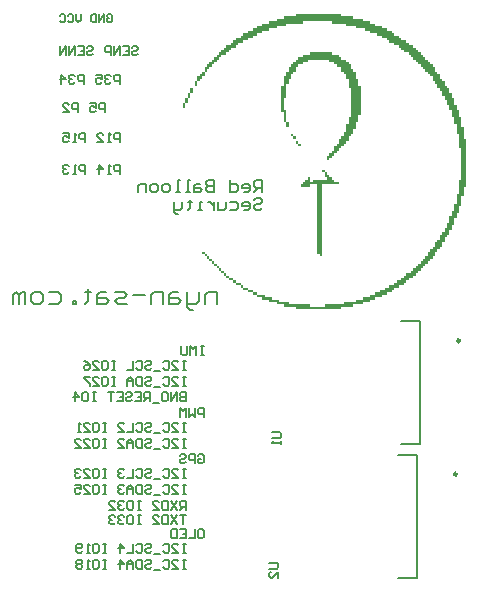
<source format=gbo>
G04*
G04 #@! TF.GenerationSoftware,Altium Limited,Altium Designer,20.1.14 (287)*
G04*
G04 Layer_Color=32896*
%FSLAX25Y25*%
%MOIN*%
G70*
G04*
G04 #@! TF.SameCoordinates,C357774A-A1FF-41C0-A387-8AFBD113A784*
G04*
G04*
G04 #@! TF.FilePolarity,Positive*
G04*
G01*
G75*
%ADD10C,0.00984*%
%ADD12C,0.00787*%
%ADD14C,0.00600*%
%ADD15C,0.00500*%
%ADD102C,0.00800*%
G36*
X199700Y297400D02*
Y296600D01*
X198900D01*
Y295800D01*
X198100D01*
Y295000D01*
X197300D01*
Y295800D01*
Y296600D01*
X198100D01*
Y297400D01*
X198900D01*
Y298200D01*
X199700D01*
Y297400D01*
D02*
G37*
G36*
X197300Y294200D02*
Y293400D01*
X196500D01*
Y294200D01*
Y295000D01*
X197300D01*
Y294200D01*
D02*
G37*
G36*
X195700Y291800D02*
Y291000D01*
X194900D01*
Y291800D01*
Y292600D01*
X195700D01*
Y291800D01*
D02*
G37*
G36*
X194900Y290200D02*
Y289400D01*
X194100D01*
Y290200D01*
Y291000D01*
X194900D01*
Y290200D01*
D02*
G37*
G36*
X194100Y288600D02*
Y287800D01*
X193300D01*
Y288600D01*
Y289400D01*
X194100D01*
Y288600D01*
D02*
G37*
G36*
X193300Y287000D02*
Y286200D01*
X192500D01*
Y287000D01*
Y287800D01*
X193300D01*
Y287000D01*
D02*
G37*
G36*
X229300Y276600D02*
X230100D01*
Y275800D01*
X229300D01*
Y276600D01*
X228500D01*
Y277400D01*
X229300D01*
Y276600D01*
D02*
G37*
G36*
X230900Y274200D02*
X231700D01*
Y273400D01*
X230900D01*
Y274200D01*
X230100D01*
Y275000D01*
X230900D01*
Y274200D01*
D02*
G37*
G36*
X242100Y303800D02*
X244500D01*
Y303000D01*
X245300D01*
Y302200D01*
X246900D01*
Y301400D01*
X247700D01*
Y300600D01*
X248500D01*
Y299800D01*
Y299000D01*
X249300D01*
Y298200D01*
X250100D01*
Y297400D01*
Y296600D01*
Y295800D01*
X250900D01*
Y295000D01*
Y294200D01*
Y293400D01*
X251700D01*
Y292600D01*
Y291800D01*
Y291000D01*
Y290200D01*
Y289400D01*
Y288600D01*
Y287800D01*
Y287000D01*
Y286200D01*
Y285400D01*
Y284600D01*
Y283800D01*
X250900D01*
Y283000D01*
Y282200D01*
Y281400D01*
X250100D01*
Y280600D01*
Y279800D01*
Y279000D01*
X249300D01*
Y278200D01*
Y277400D01*
X248500D01*
Y276600D01*
X247700D01*
Y275800D01*
Y275000D01*
X246900D01*
Y274200D01*
X246100D01*
Y273400D01*
X245300D01*
Y272600D01*
X244500D01*
Y271800D01*
X243700D01*
Y271000D01*
X242900D01*
Y270200D01*
X242100D01*
Y269400D01*
X241300D01*
Y268600D01*
X240500D01*
Y269400D01*
Y270200D01*
X241300D01*
Y271000D01*
X242100D01*
Y271800D01*
X242900D01*
Y272600D01*
Y273400D01*
X243700D01*
Y274200D01*
X244500D01*
Y275000D01*
Y275800D01*
X245300D01*
Y276600D01*
X246100D01*
Y277400D01*
Y278200D01*
X246900D01*
Y279000D01*
Y279800D01*
Y280600D01*
X247700D01*
Y281400D01*
Y282200D01*
Y283000D01*
X248500D01*
Y283800D01*
Y284600D01*
Y285400D01*
Y286200D01*
Y287000D01*
Y287800D01*
Y288600D01*
Y289400D01*
Y290200D01*
Y291000D01*
Y291800D01*
Y292600D01*
X247700D01*
Y293400D01*
Y294200D01*
Y295000D01*
Y295800D01*
X246900D01*
Y296600D01*
Y297400D01*
X246100D01*
Y298200D01*
X245300D01*
Y299000D01*
Y299800D01*
X243700D01*
Y300600D01*
X242900D01*
Y301400D01*
X241300D01*
Y302200D01*
X234100D01*
Y301400D01*
X232500D01*
Y300600D01*
X230900D01*
Y299800D01*
X230100D01*
Y299000D01*
Y298200D01*
X229300D01*
Y297400D01*
X228500D01*
Y296600D01*
Y295800D01*
X227700D01*
Y295000D01*
Y294200D01*
X226900D01*
Y293400D01*
Y292600D01*
Y291800D01*
Y291000D01*
Y290200D01*
Y289400D01*
X226100D01*
Y288600D01*
Y287800D01*
Y287000D01*
Y286200D01*
Y285400D01*
X226900D01*
Y284600D01*
Y283800D01*
Y283000D01*
Y282200D01*
Y281400D01*
X227700D01*
Y280600D01*
Y279800D01*
X226900D01*
Y280600D01*
Y281400D01*
X226100D01*
Y282200D01*
Y283000D01*
Y283800D01*
Y284600D01*
X225300D01*
Y285400D01*
Y286200D01*
Y287000D01*
Y287800D01*
Y288600D01*
Y289400D01*
Y290200D01*
Y291000D01*
Y291800D01*
Y292600D01*
Y293400D01*
X226100D01*
Y294200D01*
Y295000D01*
Y295800D01*
Y296600D01*
X226900D01*
Y297400D01*
Y298200D01*
X227700D01*
Y299000D01*
Y299800D01*
X228500D01*
Y300600D01*
X229300D01*
Y301400D01*
X230100D01*
Y302200D01*
X230900D01*
Y303000D01*
X232500D01*
Y303800D01*
X234900D01*
Y304600D01*
X242100D01*
Y303800D01*
D02*
G37*
G36*
X239700Y264600D02*
X240500D01*
Y263800D01*
X241300D01*
Y263000D01*
X242100D01*
Y262200D01*
X242900D01*
Y261400D01*
X244500D01*
Y260600D01*
X238900D01*
Y259800D01*
Y259000D01*
Y258200D01*
Y257400D01*
Y256600D01*
Y255800D01*
Y255000D01*
Y254200D01*
Y253400D01*
Y252600D01*
Y251800D01*
Y251000D01*
Y250200D01*
Y249400D01*
Y248600D01*
Y247800D01*
Y247000D01*
Y246200D01*
Y245400D01*
Y244600D01*
Y243800D01*
Y243000D01*
Y242200D01*
Y241400D01*
Y240600D01*
Y239800D01*
Y239000D01*
Y238200D01*
Y237400D01*
Y236600D01*
X238100D01*
Y237400D01*
X237300D01*
Y238200D01*
Y239000D01*
Y239800D01*
Y240600D01*
Y241400D01*
Y242200D01*
Y243000D01*
Y243800D01*
Y244600D01*
Y245400D01*
Y246200D01*
Y247000D01*
Y247800D01*
Y248600D01*
Y249400D01*
Y250200D01*
Y251000D01*
Y251800D01*
Y252600D01*
Y253400D01*
Y254200D01*
Y255000D01*
Y255800D01*
Y256600D01*
Y257400D01*
Y258200D01*
Y259000D01*
Y259800D01*
Y260600D01*
X234900D01*
Y259800D01*
X231700D01*
Y260600D01*
X232500D01*
Y261400D01*
X233300D01*
Y262200D01*
X234100D01*
Y263000D01*
X234900D01*
Y262200D01*
Y261400D01*
X235700D01*
Y262200D01*
X240500D01*
Y263000D01*
X239700D01*
Y263800D01*
Y264600D01*
X238900D01*
Y265400D01*
X239700D01*
Y264600D01*
D02*
G37*
G36*
X245300Y316600D02*
X249300D01*
Y315800D01*
X252500D01*
Y315000D01*
X254900D01*
Y314200D01*
X256500D01*
Y313400D01*
X258900D01*
Y312600D01*
X260500D01*
Y311800D01*
X262100D01*
Y311000D01*
X262900D01*
Y310200D01*
X264500D01*
Y309400D01*
X265300D01*
Y308600D01*
X266900D01*
Y307800D01*
X267700D01*
Y307000D01*
X269300D01*
Y306200D01*
X270100D01*
Y305400D01*
X270900D01*
Y304600D01*
X271700D01*
Y303800D01*
X272500D01*
Y303000D01*
X273300D01*
Y302200D01*
X274100D01*
Y301400D01*
X274900D01*
Y300600D01*
X275700D01*
Y299800D01*
X276500D01*
Y299000D01*
Y298200D01*
X277300D01*
Y297400D01*
X278100D01*
Y296600D01*
Y295800D01*
X278900D01*
Y295000D01*
X279700D01*
Y294200D01*
Y293400D01*
X280500D01*
Y292600D01*
X281300D01*
Y291800D01*
Y291000D01*
X282100D01*
Y290200D01*
Y289400D01*
X282900D01*
Y288600D01*
Y287800D01*
Y287000D01*
X283700D01*
Y286200D01*
Y285400D01*
X284500D01*
Y284600D01*
Y283800D01*
Y283000D01*
X285300D01*
Y282200D01*
Y281400D01*
Y280600D01*
Y279800D01*
X286100D01*
Y279000D01*
Y278200D01*
Y277400D01*
Y276600D01*
Y275800D01*
X286900D01*
Y275000D01*
Y274200D01*
Y273400D01*
Y272600D01*
Y271800D01*
Y271000D01*
Y270200D01*
Y269400D01*
Y268600D01*
Y267800D01*
Y267000D01*
Y266200D01*
Y265400D01*
Y264600D01*
Y263800D01*
Y263000D01*
Y262200D01*
Y261400D01*
Y260600D01*
Y259800D01*
X286100D01*
Y259000D01*
Y258200D01*
Y257400D01*
Y256600D01*
X285300D01*
Y255800D01*
Y255000D01*
Y254200D01*
Y253400D01*
X284500D01*
Y252600D01*
Y251800D01*
Y251000D01*
X283700D01*
Y250200D01*
Y249400D01*
X282900D01*
Y248600D01*
Y247800D01*
Y247000D01*
X282100D01*
Y246200D01*
Y245400D01*
X281300D01*
Y244600D01*
Y243800D01*
X280500D01*
Y243000D01*
X279700D01*
Y242200D01*
Y241400D01*
X278900D01*
Y240600D01*
Y239800D01*
X278100D01*
Y239000D01*
X277300D01*
Y238200D01*
X276500D01*
Y237400D01*
Y236600D01*
X275700D01*
Y235800D01*
X274900D01*
Y235000D01*
X274100D01*
Y234200D01*
X273300D01*
Y233400D01*
X272500D01*
Y232600D01*
X271700D01*
Y231800D01*
X270900D01*
Y231000D01*
X270100D01*
Y230200D01*
X269300D01*
Y229400D01*
X267700D01*
Y228600D01*
X266900D01*
Y227800D01*
X266100D01*
Y227000D01*
X264500D01*
Y226200D01*
X262900D01*
Y225400D01*
X262100D01*
Y224600D01*
X260500D01*
Y223800D01*
X258900D01*
Y223000D01*
X256500D01*
Y222200D01*
X254900D01*
Y221400D01*
X252500D01*
Y220600D01*
X249300D01*
Y219800D01*
X245300D01*
Y219000D01*
X230100D01*
Y219800D01*
X226100D01*
Y220600D01*
X223700D01*
Y221400D01*
X221300D01*
Y222200D01*
X218900D01*
Y223000D01*
X217300D01*
Y223800D01*
X215700D01*
Y224600D01*
X214100D01*
Y225400D01*
X212500D01*
Y226200D01*
X211700D01*
Y227000D01*
X210100D01*
Y227800D01*
X209300D01*
Y228600D01*
X207700D01*
Y229400D01*
X206900D01*
Y230200D01*
X206100D01*
Y231000D01*
X205300D01*
Y231800D01*
X204500D01*
Y232600D01*
X203700D01*
Y233400D01*
X202900D01*
Y234200D01*
X202100D01*
Y235000D01*
X201300D01*
Y235800D01*
X200500D01*
Y236600D01*
X199700D01*
Y237400D01*
X198900D01*
Y238200D01*
X199700D01*
Y237400D01*
X200500D01*
Y236600D01*
X201300D01*
Y235800D01*
X202100D01*
Y235000D01*
X202900D01*
Y234200D01*
X203700D01*
Y233400D01*
X204500D01*
Y232600D01*
X205300D01*
Y231800D01*
X206100D01*
Y231000D01*
X206900D01*
Y230200D01*
X207700D01*
Y229400D01*
X209300D01*
Y228600D01*
X210100D01*
Y227800D01*
X211700D01*
Y227000D01*
X212500D01*
Y226200D01*
X214100D01*
Y225400D01*
X215700D01*
Y224600D01*
X217300D01*
Y223800D01*
X219700D01*
Y223000D01*
X222100D01*
Y222200D01*
X224500D01*
Y221400D01*
X227700D01*
Y220600D01*
X234900D01*
Y219800D01*
X239700D01*
Y220600D01*
X246100D01*
Y221400D01*
X250100D01*
Y222200D01*
X252500D01*
Y223000D01*
X254900D01*
Y223800D01*
X256500D01*
Y224600D01*
X258100D01*
Y225400D01*
X259700D01*
Y226200D01*
X261300D01*
Y227000D01*
X262900D01*
Y227800D01*
X263700D01*
Y228600D01*
X265300D01*
Y229400D01*
X266100D01*
Y230200D01*
X266900D01*
Y231000D01*
X268500D01*
Y231800D01*
X269300D01*
Y232600D01*
X270100D01*
Y233400D01*
X270900D01*
Y234200D01*
X271700D01*
Y235000D01*
X272500D01*
Y235800D01*
X273300D01*
Y236600D01*
X274100D01*
Y237400D01*
Y238200D01*
X274900D01*
Y239000D01*
X275700D01*
Y239800D01*
X276500D01*
Y240600D01*
Y241400D01*
X277300D01*
Y242200D01*
X278100D01*
Y243000D01*
Y243800D01*
X278900D01*
Y244600D01*
X279700D01*
Y245400D01*
Y246200D01*
X280500D01*
Y247000D01*
Y247800D01*
X281300D01*
Y248600D01*
Y249400D01*
Y250200D01*
X282100D01*
Y251000D01*
Y251800D01*
X282900D01*
Y252600D01*
Y253400D01*
Y254200D01*
X283700D01*
Y255000D01*
Y255800D01*
Y256600D01*
Y257400D01*
X284500D01*
Y258200D01*
Y259000D01*
Y259800D01*
Y260600D01*
Y261400D01*
Y262200D01*
X285300D01*
Y263000D01*
Y263800D01*
Y264600D01*
Y265400D01*
Y266200D01*
Y267000D01*
Y267800D01*
Y268600D01*
Y269400D01*
Y270200D01*
Y271000D01*
Y271800D01*
Y272600D01*
X284500D01*
Y273400D01*
Y274200D01*
Y275000D01*
Y275800D01*
Y276600D01*
Y277400D01*
X283700D01*
Y278200D01*
Y279000D01*
Y279800D01*
Y280600D01*
X282900D01*
Y281400D01*
Y282200D01*
Y283000D01*
X282100D01*
Y283800D01*
Y284600D01*
Y285400D01*
X281300D01*
Y286200D01*
Y287000D01*
X280500D01*
Y287800D01*
Y288600D01*
X279700D01*
Y289400D01*
Y290200D01*
X278900D01*
Y291000D01*
Y291800D01*
X278100D01*
Y292600D01*
X277300D01*
Y293400D01*
Y294200D01*
X276500D01*
Y295000D01*
X275700D01*
Y295800D01*
Y296600D01*
X274900D01*
Y297400D01*
X274100D01*
Y298200D01*
X273300D01*
Y299000D01*
X272500D01*
Y299800D01*
X271700D01*
Y300600D01*
X270900D01*
Y301400D01*
X270100D01*
Y302200D01*
X269300D01*
Y303000D01*
X268500D01*
Y303800D01*
X267700D01*
Y304600D01*
X266100D01*
Y305400D01*
X265300D01*
Y306200D01*
X264500D01*
Y307000D01*
X262900D01*
Y307800D01*
X261300D01*
Y308600D01*
X260500D01*
Y309400D01*
X258900D01*
Y310200D01*
X257300D01*
Y311000D01*
X254900D01*
Y311800D01*
X253300D01*
Y312600D01*
X250100D01*
Y313400D01*
X246900D01*
Y314200D01*
X242100D01*
Y315000D01*
X232500D01*
Y314200D01*
X226900D01*
Y313400D01*
X223700D01*
Y312600D01*
X221300D01*
Y311800D01*
X218900D01*
Y311000D01*
X217300D01*
Y310200D01*
X215700D01*
Y309400D01*
X214100D01*
Y308600D01*
X212500D01*
Y307800D01*
X210900D01*
Y307000D01*
X210100D01*
Y306200D01*
X208500D01*
Y305400D01*
X207700D01*
Y304600D01*
X206900D01*
Y303800D01*
X205300D01*
Y303000D01*
X204500D01*
Y302200D01*
X203700D01*
Y301400D01*
X202900D01*
Y300600D01*
X202100D01*
Y299800D01*
X201300D01*
Y299000D01*
X200500D01*
Y298200D01*
X199700D01*
Y299000D01*
Y299800D01*
X200500D01*
Y300600D01*
X201300D01*
Y301400D01*
X202100D01*
Y302200D01*
X202900D01*
Y303000D01*
X203700D01*
Y303800D01*
X204500D01*
Y304600D01*
X205300D01*
Y305400D01*
X206100D01*
Y306200D01*
X206900D01*
Y307000D01*
X208500D01*
Y307800D01*
X209300D01*
Y308600D01*
X210100D01*
Y309400D01*
X211700D01*
Y310200D01*
X212500D01*
Y311000D01*
X214100D01*
Y311800D01*
X215700D01*
Y312600D01*
X217300D01*
Y313400D01*
X218900D01*
Y314200D01*
X221300D01*
Y315000D01*
X223700D01*
Y315800D01*
X226100D01*
Y316600D01*
X230100D01*
Y317400D01*
X245300D01*
Y316600D01*
D02*
G37*
D10*
X284878Y208535D02*
G03*
X284878Y208535I-492J0D01*
G01*
X283878Y164035D02*
G03*
X283878Y164035I-492J0D01*
G01*
D12*
X264291Y170472D02*
X270590D01*
X264291Y129528D02*
X270590D01*
Y170472D01*
X265291Y214972D02*
X271590D01*
X265291Y174028D02*
X271590D01*
Y214972D01*
D14*
X218900Y258171D02*
Y262170D01*
X216901D01*
X216234Y261504D01*
Y260171D01*
X216901Y259504D01*
X218900D01*
X217567D02*
X216234Y258171D01*
X212902D02*
X214235D01*
X214901Y258838D01*
Y260171D01*
X214235Y260837D01*
X212902D01*
X212235Y260171D01*
Y259504D01*
X214901D01*
X208237Y262170D02*
Y258171D01*
X210236D01*
X210903Y258838D01*
Y260171D01*
X210236Y260837D01*
X208237D01*
X202905Y262170D02*
Y258171D01*
X200906D01*
X200239Y258838D01*
Y259504D01*
X200906Y260171D01*
X202905D01*
X200906D01*
X200239Y260837D01*
Y261504D01*
X200906Y262170D01*
X202905D01*
X198240Y260837D02*
X196907D01*
X196241Y260171D01*
Y258171D01*
X198240D01*
X198906Y258838D01*
X198240Y259504D01*
X196241D01*
X194908Y258171D02*
X193575D01*
X194241D01*
Y262170D01*
X194908D01*
X191576Y258171D02*
X190243D01*
X190909D01*
Y262170D01*
X191576D01*
X187577Y258171D02*
X186244D01*
X185577Y258838D01*
Y260171D01*
X186244Y260837D01*
X187577D01*
X188243Y260171D01*
Y258838D01*
X187577Y258171D01*
X183578D02*
X182245D01*
X181579Y258838D01*
Y260171D01*
X182245Y260837D01*
X183578D01*
X184245Y260171D01*
Y258838D01*
X183578Y258171D01*
X180246D02*
Y260837D01*
X178246D01*
X177580Y260171D01*
Y258171D01*
X216234Y255265D02*
X216901Y255932D01*
X218234D01*
X218900Y255265D01*
Y254599D01*
X218234Y253932D01*
X216901D01*
X216234Y253266D01*
Y252599D01*
X216901Y251933D01*
X218234D01*
X218900Y252599D01*
X212902Y251933D02*
X214235D01*
X214901Y252599D01*
Y253932D01*
X214235Y254599D01*
X212902D01*
X212235Y253932D01*
Y253266D01*
X214901D01*
X208237Y254599D02*
X210236D01*
X210903Y253932D01*
Y252599D01*
X210236Y251933D01*
X208237D01*
X206904Y254599D02*
Y252599D01*
X206237Y251933D01*
X204238D01*
Y254599D01*
X202905D02*
Y251933D01*
Y253266D01*
X202239Y253932D01*
X201572Y254599D01*
X200906D01*
X198906Y251933D02*
X197574D01*
X198240D01*
Y254599D01*
X198906D01*
X194908Y255265D02*
Y254599D01*
X195574D01*
X194241D01*
X194908D01*
Y252599D01*
X194241Y251933D01*
X192242Y254599D02*
Y252599D01*
X191576Y251933D01*
X189576D01*
Y251266D01*
X190243Y250600D01*
X190909D01*
X189576Y251933D02*
Y254599D01*
X171400Y264100D02*
Y267099D01*
X169901D01*
X169401Y266599D01*
Y265599D01*
X169901Y265100D01*
X171400D01*
X168401Y264100D02*
X167401D01*
X167901D01*
Y267099D01*
X168401Y266599D01*
X164402Y264100D02*
Y267099D01*
X165902Y265599D01*
X163902D01*
X159904Y264100D02*
Y267099D01*
X158404D01*
X157904Y266599D01*
Y265599D01*
X158404Y265100D01*
X159904D01*
X156905Y264100D02*
X155905D01*
X156405D01*
Y267099D01*
X156905Y266599D01*
X154405D02*
X153906Y267099D01*
X152906D01*
X152406Y266599D01*
Y266099D01*
X152906Y265599D01*
X153406D01*
X152906D01*
X152406Y265100D01*
Y264600D01*
X152906Y264100D01*
X153906D01*
X154405Y264600D01*
X166400Y284600D02*
Y287599D01*
X164901D01*
X164401Y287099D01*
Y286100D01*
X164901Y285600D01*
X166400D01*
X161402Y287599D02*
X163401D01*
Y286100D01*
X162401Y286599D01*
X161901D01*
X161402Y286100D01*
Y285100D01*
X161901Y284600D01*
X162901D01*
X163401Y285100D01*
X157403Y284600D02*
Y287599D01*
X155903D01*
X155404Y287099D01*
Y286100D01*
X155903Y285600D01*
X157403D01*
X152404Y284600D02*
X154404D01*
X152404Y286599D01*
Y287099D01*
X152904Y287599D01*
X153904D01*
X154404Y287099D01*
X171400Y274600D02*
Y277599D01*
X169901D01*
X169401Y277099D01*
Y276099D01*
X169901Y275600D01*
X171400D01*
X168401Y274600D02*
X167401D01*
X167901D01*
Y277599D01*
X168401Y277099D01*
X163902Y274600D02*
X165902D01*
X163902Y276599D01*
Y277099D01*
X164402Y277599D01*
X165402D01*
X165902Y277099D01*
X159904Y274600D02*
Y277599D01*
X158404D01*
X157904Y277099D01*
Y276099D01*
X158404Y275600D01*
X159904D01*
X156905Y274600D02*
X155905D01*
X156405D01*
Y277599D01*
X156905Y277099D01*
X152406Y277599D02*
X154405D01*
Y276099D01*
X153406Y276599D01*
X152906D01*
X152406Y276099D01*
Y275100D01*
X152906Y274600D01*
X153906D01*
X154405Y275100D01*
X175401Y306099D02*
X175900Y306599D01*
X176900D01*
X177400Y306099D01*
Y305599D01*
X176900Y305100D01*
X175900D01*
X175401Y304600D01*
Y304100D01*
X175900Y303600D01*
X176900D01*
X177400Y304100D01*
X172402Y306599D02*
X174401D01*
Y303600D01*
X172402D01*
X174401Y305100D02*
X173401D01*
X171402Y303600D02*
Y306599D01*
X169403Y303600D01*
Y306599D01*
X168403Y303600D02*
Y306599D01*
X166903D01*
X166404Y306099D01*
Y305100D01*
X166903Y304600D01*
X168403D01*
X160406Y306099D02*
X160905Y306599D01*
X161905D01*
X162405Y306099D01*
Y305599D01*
X161905Y305100D01*
X160905D01*
X160406Y304600D01*
Y304100D01*
X160905Y303600D01*
X161905D01*
X162405Y304100D01*
X157406Y306599D02*
X159406D01*
Y303600D01*
X157406D01*
X159406Y305100D02*
X158406D01*
X156407Y303600D02*
Y306599D01*
X154407Y303600D01*
Y306599D01*
X153408Y303600D02*
Y306599D01*
X151408Y303600D01*
Y306599D01*
X171400Y294100D02*
Y297099D01*
X169901D01*
X169401Y296599D01*
Y295600D01*
X169901Y295100D01*
X171400D01*
X168401Y296599D02*
X167901Y297099D01*
X166901D01*
X166402Y296599D01*
Y296099D01*
X166901Y295600D01*
X167401D01*
X166901D01*
X166402Y295100D01*
Y294600D01*
X166901Y294100D01*
X167901D01*
X168401Y294600D01*
X163403Y297099D02*
X165402D01*
Y295600D01*
X164402Y296099D01*
X163902D01*
X163403Y295600D01*
Y294600D01*
X163902Y294100D01*
X164902D01*
X165402Y294600D01*
X159404Y294100D02*
Y297099D01*
X157904D01*
X157404Y296599D01*
Y295600D01*
X157904Y295100D01*
X159404D01*
X156405Y296599D02*
X155905Y297099D01*
X154905D01*
X154405Y296599D01*
Y296099D01*
X154905Y295600D01*
X155405D01*
X154905D01*
X154405Y295100D01*
Y294600D01*
X154905Y294100D01*
X155905D01*
X156405Y294600D01*
X151906Y294100D02*
Y297099D01*
X153406Y295600D01*
X151407D01*
D15*
X199500Y206681D02*
X198500D01*
X199000D01*
Y203682D01*
X199500D01*
X198500D01*
X197001D02*
Y206681D01*
X196001Y205682D01*
X195001Y206681D01*
Y203682D01*
X194002Y206681D02*
Y204182D01*
X193502Y203682D01*
X192502D01*
X192002Y204182D01*
Y206681D01*
X193502Y201883D02*
X192502D01*
X193002D01*
Y198883D01*
X193502D01*
X192502D01*
X189003D02*
X191003D01*
X189003Y200883D01*
Y201383D01*
X189503Y201883D01*
X190503D01*
X191003Y201383D01*
X186004D02*
X186504Y201883D01*
X187504D01*
X188004Y201383D01*
Y199383D01*
X187504Y198883D01*
X186504D01*
X186004Y199383D01*
X185005Y198384D02*
X183005D01*
X180006Y201383D02*
X180506Y201883D01*
X181506D01*
X182006Y201383D01*
Y200883D01*
X181506Y200383D01*
X180506D01*
X180006Y199883D01*
Y199383D01*
X180506Y198883D01*
X181506D01*
X182006Y199383D01*
X177007Y201383D02*
X177507Y201883D01*
X178507D01*
X179007Y201383D01*
Y199383D01*
X178507Y198883D01*
X177507D01*
X177007Y199383D01*
X176008Y201883D02*
Y198883D01*
X174008D01*
X170010Y201883D02*
X169010D01*
X169510D01*
Y198883D01*
X170010D01*
X169010D01*
X166011Y201883D02*
X167010D01*
X167510Y201383D01*
Y199383D01*
X167010Y198883D01*
X166011D01*
X165511Y199383D01*
Y201383D01*
X166011Y201883D01*
X162512Y198883D02*
X164511D01*
X162512Y200883D01*
Y201383D01*
X163012Y201883D01*
X164012D01*
X164511Y201383D01*
X159513Y201883D02*
X160513Y201383D01*
X161512Y200383D01*
Y199383D01*
X161012Y198883D01*
X160013D01*
X159513Y199383D01*
Y199883D01*
X160013Y200383D01*
X161512D01*
X193502Y196584D02*
X192502D01*
X193002D01*
Y193585D01*
X193502D01*
X192502D01*
X189003D02*
X191003D01*
X189003Y195584D01*
Y196084D01*
X189503Y196584D01*
X190503D01*
X191003Y196084D01*
X186004D02*
X186504Y196584D01*
X187504D01*
X188004Y196084D01*
Y194085D01*
X187504Y193585D01*
X186504D01*
X186004Y194085D01*
X185005Y193085D02*
X183005D01*
X180006Y196084D02*
X180506Y196584D01*
X181506D01*
X182006Y196084D01*
Y195584D01*
X181506Y195084D01*
X180506D01*
X180006Y194585D01*
Y194085D01*
X180506Y193585D01*
X181506D01*
X182006Y194085D01*
X179007Y196584D02*
Y193585D01*
X177507D01*
X177007Y194085D01*
Y196084D01*
X177507Y196584D01*
X179007D01*
X176008Y193585D02*
Y195584D01*
X175008Y196584D01*
X174008Y195584D01*
Y193585D01*
Y195084D01*
X176008D01*
X170010Y196584D02*
X169010D01*
X169510D01*
Y193585D01*
X170010D01*
X169010D01*
X166011Y196584D02*
X167010D01*
X167510Y196084D01*
Y194085D01*
X167010Y193585D01*
X166011D01*
X165511Y194085D01*
Y196084D01*
X166011Y196584D01*
X162512Y193585D02*
X164511D01*
X162512Y195584D01*
Y196084D01*
X163012Y196584D01*
X164012D01*
X164511Y196084D01*
X161512Y196584D02*
X159513D01*
Y196084D01*
X161512Y194085D01*
Y193585D01*
X193502Y191285D02*
Y188286D01*
X192002D01*
X191503Y188786D01*
Y189286D01*
X192002Y189786D01*
X193502D01*
X192002D01*
X191503Y190286D01*
Y190785D01*
X192002Y191285D01*
X193502D01*
X190503Y188286D02*
Y191285D01*
X188504Y188286D01*
Y191285D01*
X186004D02*
X187004D01*
X187504Y190785D01*
Y188786D01*
X187004Y188286D01*
X186004D01*
X185504Y188786D01*
Y190785D01*
X186004Y191285D01*
X184505Y187786D02*
X182506D01*
X181506Y188286D02*
Y191285D01*
X180006D01*
X179507Y190785D01*
Y189786D01*
X180006Y189286D01*
X181506D01*
X180506D02*
X179507Y188286D01*
X176507Y191285D02*
X178507D01*
Y188286D01*
X176507D01*
X178507Y189786D02*
X177507D01*
X173508Y190785D02*
X174008Y191285D01*
X175008D01*
X175508Y190785D01*
Y190286D01*
X175008Y189786D01*
X174008D01*
X173508Y189286D01*
Y188786D01*
X174008Y188286D01*
X175008D01*
X175508Y188786D01*
X170509Y191285D02*
X172509D01*
Y188286D01*
X170509D01*
X172509Y189786D02*
X171509D01*
X169510Y191285D02*
X167510D01*
X168510D01*
Y188286D01*
X163512Y191285D02*
X162512D01*
X163012D01*
Y188286D01*
X163512D01*
X162512D01*
X159513Y191285D02*
X160513D01*
X161012Y190785D01*
Y188786D01*
X160513Y188286D01*
X159513D01*
X159013Y188786D01*
Y190785D01*
X159513Y191285D01*
X156514Y188286D02*
Y191285D01*
X158013Y189786D01*
X156014D01*
X199500Y182987D02*
Y185986D01*
X198001D01*
X197501Y185487D01*
Y184487D01*
X198001Y183987D01*
X199500D01*
X196501Y185986D02*
Y182987D01*
X195501Y183987D01*
X194502Y182987D01*
Y185986D01*
X193502Y182987D02*
Y185986D01*
X192502Y184987D01*
X191503Y185986D01*
Y182987D01*
X193502Y181188D02*
X192502D01*
X193002D01*
Y178189D01*
X193502D01*
X192502D01*
X189003D02*
X191003D01*
X189003Y180188D01*
Y180688D01*
X189503Y181188D01*
X190503D01*
X191003Y180688D01*
X186004D02*
X186504Y181188D01*
X187504D01*
X188004Y180688D01*
Y178688D01*
X187504Y178189D01*
X186504D01*
X186004Y178688D01*
X185005Y177689D02*
X183005D01*
X180006Y180688D02*
X180506Y181188D01*
X181506D01*
X182006Y180688D01*
Y180188D01*
X181506Y179688D01*
X180506D01*
X180006Y179188D01*
Y178688D01*
X180506Y178189D01*
X181506D01*
X182006Y178688D01*
X177007Y180688D02*
X177507Y181188D01*
X178507D01*
X179007Y180688D01*
Y178688D01*
X178507Y178189D01*
X177507D01*
X177007Y178688D01*
X176008Y181188D02*
Y178189D01*
X174008D01*
X171009D02*
X173009D01*
X171009Y180188D01*
Y180688D01*
X171509Y181188D01*
X172509D01*
X173009Y180688D01*
X167010Y181188D02*
X166011D01*
X166511D01*
Y178189D01*
X167010D01*
X166011D01*
X163012Y181188D02*
X164012D01*
X164511Y180688D01*
Y178688D01*
X164012Y178189D01*
X163012D01*
X162512Y178688D01*
Y180688D01*
X163012Y181188D01*
X159513Y178189D02*
X161512D01*
X159513Y180188D01*
Y180688D01*
X160013Y181188D01*
X161012D01*
X161512Y180688D01*
X158513Y178189D02*
X157514D01*
X158013D01*
Y181188D01*
X158513Y180688D01*
X193502Y175889D02*
X192502D01*
X193002D01*
Y172890D01*
X193502D01*
X192502D01*
X189003D02*
X191003D01*
X189003Y174889D01*
Y175389D01*
X189503Y175889D01*
X190503D01*
X191003Y175389D01*
X186004D02*
X186504Y175889D01*
X187504D01*
X188004Y175389D01*
Y173390D01*
X187504Y172890D01*
X186504D01*
X186004Y173390D01*
X185005Y172390D02*
X183005D01*
X180006Y175389D02*
X180506Y175889D01*
X181506D01*
X182006Y175389D01*
Y174889D01*
X181506Y174389D01*
X180506D01*
X180006Y173890D01*
Y173390D01*
X180506Y172890D01*
X181506D01*
X182006Y173390D01*
X179007Y175889D02*
Y172890D01*
X177507D01*
X177007Y173390D01*
Y175389D01*
X177507Y175889D01*
X179007D01*
X176008Y172890D02*
Y174889D01*
X175008Y175889D01*
X174008Y174889D01*
Y172890D01*
Y174389D01*
X176008D01*
X171009Y172890D02*
X173009D01*
X171009Y174889D01*
Y175389D01*
X171509Y175889D01*
X172509D01*
X173009Y175389D01*
X167010Y175889D02*
X166011D01*
X166511D01*
Y172890D01*
X167010D01*
X166011D01*
X163012Y175889D02*
X164012D01*
X164511Y175389D01*
Y173390D01*
X164012Y172890D01*
X163012D01*
X162512Y173390D01*
Y175389D01*
X163012Y175889D01*
X159513Y172890D02*
X161512D01*
X159513Y174889D01*
Y175389D01*
X160013Y175889D01*
X161012D01*
X161512Y175389D01*
X156514Y172890D02*
X158513D01*
X156514Y174889D01*
Y175389D01*
X157014Y175889D01*
X158013D01*
X158513Y175389D01*
X197501Y170090D02*
X198001Y170590D01*
X199000D01*
X199500Y170090D01*
Y168091D01*
X199000Y167591D01*
X198001D01*
X197501Y168091D01*
Y169091D01*
X198500D01*
X196501Y167591D02*
Y170590D01*
X195001D01*
X194502Y170090D01*
Y169091D01*
X195001Y168591D01*
X196501D01*
X191503Y170090D02*
X192002Y170590D01*
X193002D01*
X193502Y170090D01*
Y169591D01*
X193002Y169091D01*
X192002D01*
X191503Y168591D01*
Y168091D01*
X192002Y167591D01*
X193002D01*
X193502Y168091D01*
Y165791D02*
X192502D01*
X193002D01*
Y162792D01*
X193502D01*
X192502D01*
X189003D02*
X191003D01*
X189003Y164792D01*
Y165292D01*
X189503Y165791D01*
X190503D01*
X191003Y165292D01*
X186004D02*
X186504Y165791D01*
X187504D01*
X188004Y165292D01*
Y163292D01*
X187504Y162792D01*
X186504D01*
X186004Y163292D01*
X185005Y162293D02*
X183005D01*
X180006Y165292D02*
X180506Y165791D01*
X181506D01*
X182006Y165292D01*
Y164792D01*
X181506Y164292D01*
X180506D01*
X180006Y163792D01*
Y163292D01*
X180506Y162792D01*
X181506D01*
X182006Y163292D01*
X177007Y165292D02*
X177507Y165791D01*
X178507D01*
X179007Y165292D01*
Y163292D01*
X178507Y162792D01*
X177507D01*
X177007Y163292D01*
X176008Y165791D02*
Y162792D01*
X174008D01*
X173009Y165292D02*
X172509Y165791D01*
X171509D01*
X171009Y165292D01*
Y164792D01*
X171509Y164292D01*
X172009D01*
X171509D01*
X171009Y163792D01*
Y163292D01*
X171509Y162792D01*
X172509D01*
X173009Y163292D01*
X167010Y165791D02*
X166011D01*
X166511D01*
Y162792D01*
X167010D01*
X166011D01*
X163012Y165791D02*
X164012D01*
X164511Y165292D01*
Y163292D01*
X164012Y162792D01*
X163012D01*
X162512Y163292D01*
Y165292D01*
X163012Y165791D01*
X159513Y162792D02*
X161512D01*
X159513Y164792D01*
Y165292D01*
X160013Y165791D01*
X161012D01*
X161512Y165292D01*
X158513D02*
X158013Y165791D01*
X157014D01*
X156514Y165292D01*
Y164792D01*
X157014Y164292D01*
X157514D01*
X157014D01*
X156514Y163792D01*
Y163292D01*
X157014Y162792D01*
X158013D01*
X158513Y163292D01*
X193502Y160493D02*
X192502D01*
X193002D01*
Y157494D01*
X193502D01*
X192502D01*
X189003D02*
X191003D01*
X189003Y159493D01*
Y159993D01*
X189503Y160493D01*
X190503D01*
X191003Y159993D01*
X186004D02*
X186504Y160493D01*
X187504D01*
X188004Y159993D01*
Y157994D01*
X187504Y157494D01*
X186504D01*
X186004Y157994D01*
X185005Y156994D02*
X183005D01*
X180006Y159993D02*
X180506Y160493D01*
X181506D01*
X182006Y159993D01*
Y159493D01*
X181506Y158993D01*
X180506D01*
X180006Y158493D01*
Y157994D01*
X180506Y157494D01*
X181506D01*
X182006Y157994D01*
X179007Y160493D02*
Y157494D01*
X177507D01*
X177007Y157994D01*
Y159993D01*
X177507Y160493D01*
X179007D01*
X176008Y157494D02*
Y159493D01*
X175008Y160493D01*
X174008Y159493D01*
Y157494D01*
Y158993D01*
X176008D01*
X173009Y159993D02*
X172509Y160493D01*
X171509D01*
X171009Y159993D01*
Y159493D01*
X171509Y158993D01*
X172009D01*
X171509D01*
X171009Y158493D01*
Y157994D01*
X171509Y157494D01*
X172509D01*
X173009Y157994D01*
X167010Y160493D02*
X166011D01*
X166511D01*
Y157494D01*
X167010D01*
X166011D01*
X163012Y160493D02*
X164012D01*
X164511Y159993D01*
Y157994D01*
X164012Y157494D01*
X163012D01*
X162512Y157994D01*
Y159993D01*
X163012Y160493D01*
X159513Y157494D02*
X161512D01*
X159513Y159493D01*
Y159993D01*
X160013Y160493D01*
X161012D01*
X161512Y159993D01*
X156514Y160493D02*
X158513D01*
Y158993D01*
X157514Y159493D01*
X157014D01*
X156514Y158993D01*
Y157994D01*
X157014Y157494D01*
X158013D01*
X158513Y157994D01*
X193502Y152195D02*
Y155194D01*
X192002D01*
X191503Y154694D01*
Y153695D01*
X192002Y153195D01*
X193502D01*
X192502D02*
X191503Y152195D01*
X190503Y155194D02*
X188504Y152195D01*
Y155194D02*
X190503Y152195D01*
X187504Y155194D02*
Y152195D01*
X186004D01*
X185504Y152695D01*
Y154694D01*
X186004Y155194D01*
X187504D01*
X182506Y152195D02*
X184505D01*
X182506Y154194D01*
Y154694D01*
X183005Y155194D01*
X184005D01*
X184505Y154694D01*
X178507Y155194D02*
X177507D01*
X178007D01*
Y152195D01*
X178507D01*
X177507D01*
X174508Y155194D02*
X175508D01*
X176008Y154694D01*
Y152695D01*
X175508Y152195D01*
X174508D01*
X174008Y152695D01*
Y154694D01*
X174508Y155194D01*
X173009Y154694D02*
X172509Y155194D01*
X171509D01*
X171009Y154694D01*
Y154194D01*
X171509Y153695D01*
X172009D01*
X171509D01*
X171009Y153195D01*
Y152695D01*
X171509Y152195D01*
X172509D01*
X173009Y152695D01*
X168010Y152195D02*
X170010D01*
X168010Y154194D01*
Y154694D01*
X168510Y155194D01*
X169510D01*
X170010Y154694D01*
X193502Y150395D02*
X191503D01*
X192502D01*
Y147396D01*
X190503Y150395D02*
X188504Y147396D01*
Y150395D02*
X190503Y147396D01*
X187504Y150395D02*
Y147396D01*
X186004D01*
X185504Y147896D01*
Y149895D01*
X186004Y150395D01*
X187504D01*
X182506Y147396D02*
X184505D01*
X182506Y149396D01*
Y149895D01*
X183005Y150395D01*
X184005D01*
X184505Y149895D01*
X178507Y150395D02*
X177507D01*
X178007D01*
Y147396D01*
X178507D01*
X177507D01*
X174508Y150395D02*
X175508D01*
X176008Y149895D01*
Y147896D01*
X175508Y147396D01*
X174508D01*
X174008Y147896D01*
Y149895D01*
X174508Y150395D01*
X173009Y149895D02*
X172509Y150395D01*
X171509D01*
X171009Y149895D01*
Y149396D01*
X171509Y148896D01*
X172009D01*
X171509D01*
X171009Y148396D01*
Y147896D01*
X171509Y147396D01*
X172509D01*
X173009Y147896D01*
X170010Y149895D02*
X169510Y150395D01*
X168510D01*
X168010Y149895D01*
Y149396D01*
X168510Y148896D01*
X169010D01*
X168510D01*
X168010Y148396D01*
Y147896D01*
X168510Y147396D01*
X169510D01*
X170010Y147896D01*
X198001Y145596D02*
X199000D01*
X199500Y145097D01*
Y143097D01*
X199000Y142597D01*
X198001D01*
X197501Y143097D01*
Y145097D01*
X198001Y145596D01*
X196501D02*
Y142597D01*
X194502D01*
X191503Y145596D02*
X193502D01*
Y142597D01*
X191503D01*
X193502Y144097D02*
X192502D01*
X190503Y145596D02*
Y142597D01*
X189003D01*
X188504Y143097D01*
Y145097D01*
X189003Y145596D01*
X190503D01*
X193502Y140798D02*
X192502D01*
X193002D01*
Y137799D01*
X193502D01*
X192502D01*
X189003D02*
X191003D01*
X189003Y139798D01*
Y140298D01*
X189503Y140798D01*
X190503D01*
X191003Y140298D01*
X186004D02*
X186504Y140798D01*
X187504D01*
X188004Y140298D01*
Y138298D01*
X187504Y137799D01*
X186504D01*
X186004Y138298D01*
X185005Y137299D02*
X183005D01*
X180006Y140298D02*
X180506Y140798D01*
X181506D01*
X182006Y140298D01*
Y139798D01*
X181506Y139298D01*
X180506D01*
X180006Y138798D01*
Y138298D01*
X180506Y137799D01*
X181506D01*
X182006Y138298D01*
X177007Y140298D02*
X177507Y140798D01*
X178507D01*
X179007Y140298D01*
Y138298D01*
X178507Y137799D01*
X177507D01*
X177007Y138298D01*
X176008Y140798D02*
Y137799D01*
X174008D01*
X171509D02*
Y140798D01*
X173009Y139298D01*
X171009D01*
X167010Y140798D02*
X166011D01*
X166511D01*
Y137799D01*
X167010D01*
X166011D01*
X163012Y140798D02*
X164012D01*
X164511Y140298D01*
Y138298D01*
X164012Y137799D01*
X163012D01*
X162512Y138298D01*
Y140298D01*
X163012Y140798D01*
X161512Y137799D02*
X160513D01*
X161012D01*
Y140798D01*
X161512Y140298D01*
X159013Y138298D02*
X158513Y137799D01*
X157514D01*
X157014Y138298D01*
Y140298D01*
X157514Y140798D01*
X158513D01*
X159013Y140298D01*
Y139798D01*
X158513Y139298D01*
X157014D01*
X193502Y135499D02*
X192502D01*
X193002D01*
Y132500D01*
X193502D01*
X192502D01*
X189003D02*
X191003D01*
X189003Y134499D01*
Y134999D01*
X189503Y135499D01*
X190503D01*
X191003Y134999D01*
X186004D02*
X186504Y135499D01*
X187504D01*
X188004Y134999D01*
Y133000D01*
X187504Y132500D01*
X186504D01*
X186004Y133000D01*
X185005Y132000D02*
X183005D01*
X180006Y134999D02*
X180506Y135499D01*
X181506D01*
X182006Y134999D01*
Y134499D01*
X181506Y133999D01*
X180506D01*
X180006Y133500D01*
Y133000D01*
X180506Y132500D01*
X181506D01*
X182006Y133000D01*
X179007Y135499D02*
Y132500D01*
X177507D01*
X177007Y133000D01*
Y134999D01*
X177507Y135499D01*
X179007D01*
X176008Y132500D02*
Y134499D01*
X175008Y135499D01*
X174008Y134499D01*
Y132500D01*
Y133999D01*
X176008D01*
X171509Y132500D02*
Y135499D01*
X173009Y133999D01*
X171009D01*
X167010Y135499D02*
X166011D01*
X166511D01*
Y132500D01*
X167010D01*
X166011D01*
X163012Y135499D02*
X164012D01*
X164511Y134999D01*
Y133000D01*
X164012Y132500D01*
X163012D01*
X162512Y133000D01*
Y134999D01*
X163012Y135499D01*
X161512Y132500D02*
X160513D01*
X161012D01*
Y135499D01*
X161512Y134999D01*
X159013D02*
X158513Y135499D01*
X157514D01*
X157014Y134999D01*
Y134499D01*
X157514Y133999D01*
X157014Y133500D01*
Y133000D01*
X157514Y132500D01*
X158513D01*
X159013Y133000D01*
Y133500D01*
X158513Y133999D01*
X159013Y134499D01*
Y134999D01*
X158513Y133999D02*
X157514D01*
X167159Y316868D02*
X167592Y317301D01*
X168458D01*
X168892Y316868D01*
Y315135D01*
X168458Y314702D01*
X167592D01*
X167159Y315135D01*
Y316001D01*
X168025D01*
X166293Y314702D02*
Y317301D01*
X164560Y314702D01*
Y317301D01*
X163693D02*
Y314702D01*
X162394D01*
X161961Y315135D01*
Y316868D01*
X162394Y317301D01*
X163693D01*
X158495D02*
Y315568D01*
X157629Y314702D01*
X156762Y315568D01*
Y317301D01*
X154163Y316868D02*
X154596Y317301D01*
X155463D01*
X155896Y316868D01*
Y315135D01*
X155463Y314702D01*
X154596D01*
X154163Y315135D01*
X151564Y316868D02*
X151997Y317301D01*
X152864D01*
X153297Y316868D01*
Y315135D01*
X152864Y314702D01*
X151997D01*
X151564Y315135D01*
X221287Y134500D02*
X223786D01*
X224286Y134000D01*
Y133001D01*
X223786Y132501D01*
X221287D01*
X224286Y129502D02*
Y131501D01*
X222287Y129502D01*
X221787D01*
X221287Y130001D01*
Y131001D01*
X221787Y131501D01*
X222287Y178000D02*
X224786D01*
X225286Y177500D01*
Y176500D01*
X224786Y176001D01*
X222287D01*
X225286Y175001D02*
Y174001D01*
Y174501D01*
X222287D01*
X222787Y175001D01*
D102*
X203700Y220799D02*
Y224798D01*
X200701D01*
X199701Y223798D01*
Y220799D01*
X197702Y224798D02*
Y221799D01*
X196702Y220799D01*
X193703D01*
Y219800D01*
X194703Y218800D01*
X195703D01*
X193703Y220799D02*
Y224798D01*
X190704D02*
X188705D01*
X187705Y223798D01*
Y220799D01*
X190704D01*
X191704Y221799D01*
X190704Y222799D01*
X187705D01*
X185706Y220799D02*
Y224798D01*
X182707D01*
X181707Y223798D01*
Y220799D01*
X179708Y223798D02*
X175709D01*
X173710Y220799D02*
X170711D01*
X169711Y221799D01*
X170711Y222799D01*
X172710D01*
X173710Y223798D01*
X172710Y224798D01*
X169711D01*
X166712D02*
X164713D01*
X163713Y223798D01*
Y220799D01*
X166712D01*
X167712Y221799D01*
X166712Y222799D01*
X163713D01*
X160714Y225798D02*
Y224798D01*
X161714D01*
X159714D01*
X160714D01*
Y221799D01*
X159714Y220799D01*
X156715D02*
Y221799D01*
X155716D01*
Y220799D01*
X156715D01*
X147718Y224798D02*
X150717D01*
X151717Y223798D01*
Y221799D01*
X150717Y220799D01*
X147718D01*
X144719D02*
X142720D01*
X141720Y221799D01*
Y223798D01*
X142720Y224798D01*
X144719D01*
X145719Y223798D01*
Y221799D01*
X144719Y220799D01*
X139721D02*
Y224798D01*
X138721D01*
X137721Y223798D01*
Y220799D01*
Y223798D01*
X136722Y224798D01*
X135722Y223798D01*
Y220799D01*
M02*

</source>
